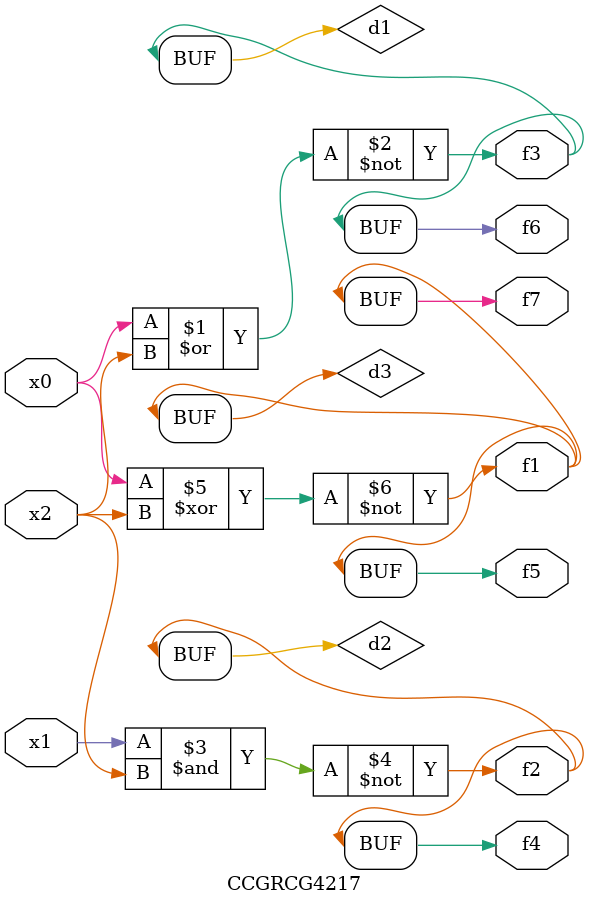
<source format=v>
module CCGRCG4217(
	input x0, x1, x2,
	output f1, f2, f3, f4, f5, f6, f7
);

	wire d1, d2, d3;

	nor (d1, x0, x2);
	nand (d2, x1, x2);
	xnor (d3, x0, x2);
	assign f1 = d3;
	assign f2 = d2;
	assign f3 = d1;
	assign f4 = d2;
	assign f5 = d3;
	assign f6 = d1;
	assign f7 = d3;
endmodule

</source>
